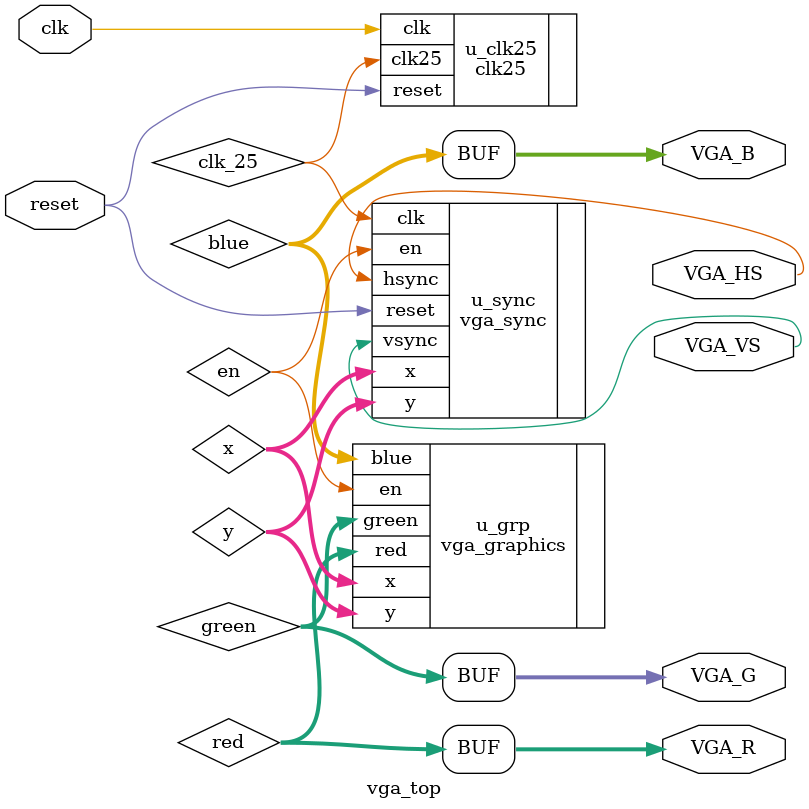
<source format=v>
module vga_top (
    input  wire       clk,
    input  wire       reset,
    output wire       VGA_HS,
    output wire       VGA_VS,
    output wire [3:0] VGA_R,
    output wire [3:0] VGA_G,
    output wire [3:0] VGA_B
);

    wire clk25;
    clk25 u_clk25 (
        .clk   (clk),
        .reset (reset),
        .clk25 (clk_25)
    );

    wire [9:0] x;
    wire [9:0] y;
    wire       en;
    vga_sync u_sync (
        .clk      (clk_25),
        .reset    (reset),
        .x        (x),
        .y        (y),
        .hsync    (VGA_HS),
        .vsync    (VGA_VS),
        .en (en)
    );

    wire [3:0] red;
    wire [3:0] green;
    wire [3:0] blue;

    vga_graphics u_grp (
        .x   (x),
        .y   (y),
        .en  (en),
        .red   (red),
        .green (green),
        .blue  (blue)
    );

    assign VGA_R = red;
    assign VGA_G = green;
    assign VGA_B = blue;

endmodule

</source>
